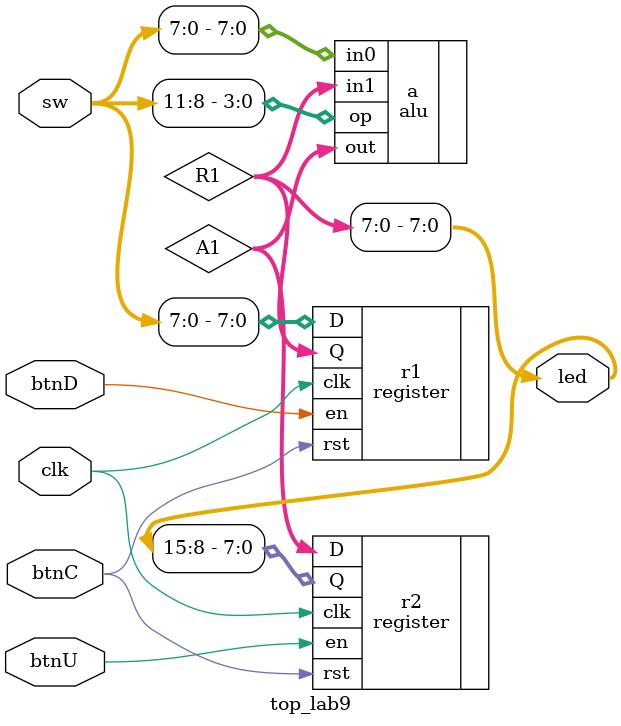
<source format=sv>
`timescale 1ns / 1ps


module top_lab9(
    input [11:0] sw,
    input clk, btnC, btnD, btnU,
    output reg [15:0] led
    );
    wire [7:0] R1;
    wire [7:0] A1;
    
    register #(. N (8) ) r1 (. D ( sw[7:0] ) , . clk ( clk ) , . en ( btnD ) , . rst ( btnC ) , . Q ( R1 ) ) ;
    
    alu #(.N(8)) a(.in1(R1), .in0(sw[7:0]), .op(sw[11:8]), .out(A1));
    
    register #(. N (8) ) r2 (. D ( A1 ) , . clk ( clk ) ,. en (btnU ) , . rst ( btnC ) , . Q ( led[15:8] ) ) ;
    
    assign led[7:0] = R1;
    
endmodule

</source>
